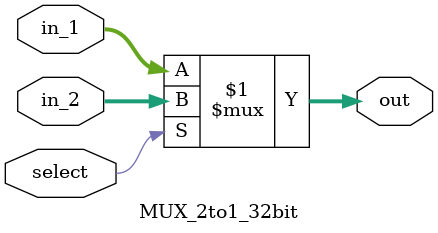
<source format=v>
module MUX_2to1_32bit(  in_1, in_2, select,  out);

    input [31:0] in_1 , in_2;
    input select;
    output [31:0] out;
    
    // assign according to select
    assign out = select ? in_2 : in_1;
    
endmodule
</source>
